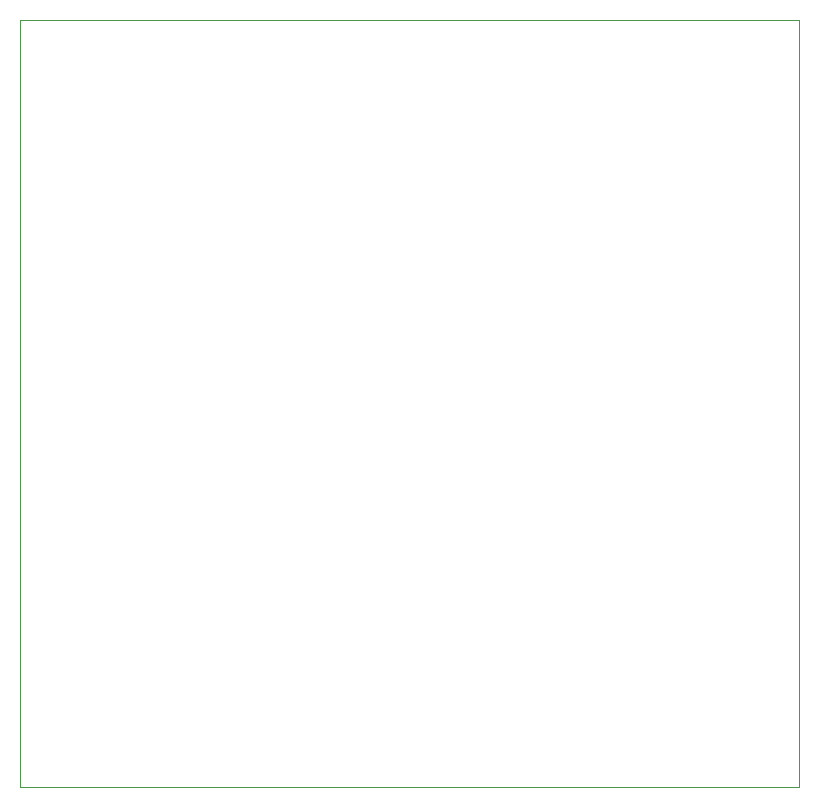
<source format=gm1>
%TF.GenerationSoftware,KiCad,Pcbnew,6.0.2+dfsg-1*%
%TF.CreationDate,2023-02-12T21:56:38+09:00*%
%TF.ProjectId,EL-210-MOD,454c2d32-3130-42d4-9d4f-442e6b696361,1.0.2*%
%TF.SameCoordinates,Original*%
%TF.FileFunction,Profile,NP*%
%FSLAX46Y46*%
G04 Gerber Fmt 4.6, Leading zero omitted, Abs format (unit mm)*
G04 Created by KiCad (PCBNEW 6.0.2+dfsg-1) date 2023-02-12 21:56:38*
%MOMM*%
%LPD*%
G01*
G04 APERTURE LIST*
%TA.AperFunction,Profile*%
%ADD10C,0.050000*%
%TD*%
G04 APERTURE END LIST*
D10*
X184000000Y-138000000D02*
X119000000Y-138000000D01*
X185000000Y-138000000D02*
X184000000Y-138000000D01*
X171000000Y-73000000D02*
X184000000Y-73000000D01*
X119000000Y-73000000D02*
X171000000Y-73000000D01*
X184000000Y-73000000D02*
X185000000Y-73000000D01*
X185000000Y-73000000D02*
X185000000Y-138000000D01*
X119000000Y-138000000D02*
X119000000Y-73000000D01*
M02*

</source>
